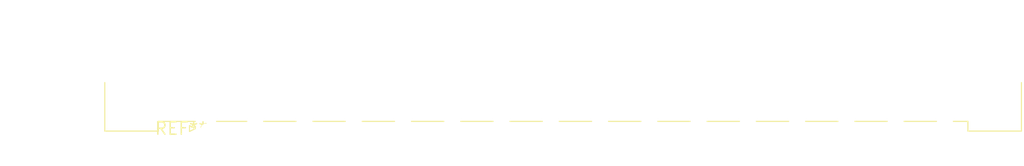
<source format=kicad_pcb>
(kicad_pcb (version 20240108) (generator pcbnew)
  (layers (0 "F.Cu" signal) (31 "B.Cu" signal) (34 "B.Paste" user) (35 "F.Paste" user) (36 "B.SilkS" user "B.Silkscreen") (37 "F.SilkS" user "F.Silkscreen") (38 "B.Mask" user) (39 "F.Mask" user) (44 "Edge.Cuts" user))
  (net 0 "")
  (footprint "DIN41612_F_2x16_Male_Horizontal_THT" (layer "F.Cu") (at 0 0)
    (property "Reference" "REF**")
    (property "Value" "DIN41612_F_2x16_Male_Horizontal_THT")
    (fp_line (start -7.89 -4.74) (end -7.89 0.26) (layer "F.SilkS") (stroke (width 0.12)))
    (fp_line (start -7.89 0.26) (end -2.37 0.26) (layer "F.SilkS") (stroke (width 0.12)))
    (fp_line (start -2.371 -0.74) (end 1.445 -0.74) (layer "F.SilkS") (stroke (width 0.12)))
    (fp_line (start -2.37 0.26) (end -2.37 -0.74) (layer "F.SilkS") (stroke (width 0.12)))
    (fp_line (start 0.845 -0.3) (end 0.845 0.3) (layer "F.SilkS") (stroke (width 0.12)))
    (fp_line (start 0.845 0.3) (end 1.445 0) (layer "F.SilkS") (stroke (width 0.12)))
    (fp_line (start 1.445 0) (end 0.845 -0.3) (layer "F.SilkS") (stroke (width 0.12)))
    (fp_line (start 3.635 -0.74) (end 6.751 -0.74) (layer "F.SilkS") (stroke (width 0.12)))
    (fp_line (start 8.49 -0.74) (end 11.831 -0.74) (layer "F.SilkS") (stroke (width 0.12)))
    (fp_line (start 13.57 -0.74) (end 16.911 -0.74) (layer "F.SilkS") (stroke (width 0.12)))
    (fp_line (start 18.65 -0.74) (end 21.991 -0.74) (layer "F.SilkS") (stroke (width 0.12)))
    (fp_line (start 23.73 -0.74) (end 27.071 -0.74) (layer "F.SilkS") (stroke (width 0.12)))
    (fp_line (start 28.81 -0.74) (end 32.151 -0.74) (layer "F.SilkS") (stroke (width 0.12)))
    (fp_line (start 33.89 -0.74) (end 37.231 -0.74) (layer "F.SilkS") (stroke (width 0.12)))
    (fp_line (start 38.97 -0.74) (end 42.311 -0.74) (layer "F.SilkS") (stroke (width 0.12)))
    (fp_line (start 44.05 -0.74) (end 47.391 -0.74) (layer "F.SilkS") (stroke (width 0.12)))
    (fp_line (start 49.13 -0.74) (end 52.471 -0.74) (layer "F.SilkS") (stroke (width 0.12)))
    (fp_line (start 54.21 -0.74) (end 57.551 -0.74) (layer "F.SilkS") (stroke (width 0.12)))
    (fp_line (start 59.29 -0.74) (end 62.631 -0.74) (layer "F.SilkS") (stroke (width 0.12)))
    (fp_line (start 64.37 -0.74) (end 67.711 -0.74) (layer "F.SilkS") (stroke (width 0.12)))
    (fp_line (start 69.45 -0.74) (end 72.791 -0.74) (layer "F.SilkS") (stroke (width 0.12)))
    (fp_line (start 74.53 -0.74) (end 77.871 -0.74) (layer "F.SilkS") (stroke (width 0.12)))
    (fp_line (start 79.61 -0.74) (end 81.11 -0.74) (layer "F.SilkS") (stroke (width 0.12)))
    (fp_line (start 81.11 0.26) (end 81.11 -0.74) (layer "F.SilkS") (stroke (width 0.12)))
    (fp_line (start 86.63 -4.74) (end 86.63 0.26) (layer "F.SilkS") (stroke (width 0.12)))
    (fp_line (start 86.63 0.26) (end 81.11 0.26) (layer "F.SilkS") (stroke (width 0.12)))
    (pad "" np_thru_hole circle (at -5.08 -2.54) (size 2.85 2.85) (drill 2.85) (layers *.Cu *.Mask))
    (pad "" np_thru_hole circle (at 83.82 -2.54) (size 2.85 2.85) (drill 2.85) (layers *.Cu *.Mask))
    (pad "b2" thru_hole circle (at 2.54 2.54) (size 1.55 1.55) (drill 1) (layers *.Cu *.Mask) (remove_unused_layers))
    (pad "b4" thru_hole circle (at 7.62 2.54) (size 1.55 1.55) (drill 1) (layers *.Cu *.Mask) (remove_unused_layers))
    (pad "b6" thru_hole circle (at 12.7 2.54) (size 1.55 1.55) (drill 1) (layers *.Cu *.Mask) (remove_unused_layers))
    (pad "b8" thru_hole circle (at 17.78 2.54) (size 1.55 1.55) (drill 1) (layers *.Cu *.Mask) (remove_unused_layers))
    (pad "b10" thru_hole circle (at 22.86 2.54) (size 1.55 1.55) (drill 1) (layers *.Cu *.Mask) (remove_unused_layers))
    (pad "b12" thru_hole circle (at 27.94 2.54) (size 1.55 1.55) (drill 1) (layers *.Cu *.Mask) (remove_unused_layers))
    (pad "b14" thru_hole circle (at 33.02 2.54) (size 1.55 1.55) (drill 1) (layers *.Cu *.Mask) (remove_unused_layers))
    (pad "b16" thru_hole circle (at 38.1 2.54) (size 1.55 1.55) (drill 1) (layers *.Cu *.Mask) (remove_unused_layers))
    (pad "b18" thru_hole circle (at 43.18 2.54) (size 1.55 1.55) (drill 1) (layers *.Cu *.Mask) (remove_unused_layers))
    (pad "b20" thru_hole circle (at 48.26 2.54) (size 1.55 1.55) (drill 1) (layers *.Cu *.Mask) (remove_unused_layers))
    (pad "b22" thru_hole circle (at 53.34 2.54) (size 1.55 1.55) (drill 1) (layers *.Cu *.Mask) (remove_unused_layers))
    (pad "b24" thru_hole circle (at 58.42 2.54) (size 1.55 1.55) (drill 1) (layers *.Cu *.Mask) (remove_unused_layers))
    (pad "b26" thru_hole circle (at 63.5 2.54) (size 1.55 1.55) (drill 1) (layers *.Cu *.Mask) (remove_unused_layers))
    (pad "b28" thru_hole circle (at 68.58 2.54) (size 1.55 1.55) (drill 1) (layers *.Cu *.Mask) (remove_unused_layers))
    (pad "b30" thru_hole circle (at 73.66 2.54) (size 1.55 1.55) (drill 1) (layers *.Cu *.Mask) (remove_unused_layers))
    (pad "b32" thru_hole circle (at 78.74 2.54) (size 1.55 1.55) (drill 1) (layers *.Cu *.Mask) (remove_unused_layers))
    (pad "z2" thru_hole roundrect (at 2.54 0) (size 1.55 1.55) (drill 1) (layers *.Cu *.Mask) (remove_unused_layers) (roundrect_rratio 0.16129))
    (pad "z4" thru_hole circle (at 7.62 0) (size 1.55 1.55) (drill 1) (layers *.Cu *.Mask) (remove_unused_layers))
    (pad "z6" thru_hole circle (at 12.7 0) (size 1.55 1.55) (drill 1) (layers *.Cu *.Mask) (remove_unused_layers))
    (pad "z8" thru_hole circle (at 17.78 0) (size 1.55 1.55) (drill 1) (layers *.Cu *.Mask) (remove_unused_layers))
    (pad "z10" thru_hole circle (at 22.86 0) (size 1.55 1.55) (drill 1) (layers *.Cu *.Mask) (remove_unused_layers))
    (pad "z12" thru_hole circle (at 27.94 0) (size 1.55 1.55) (drill 1) (layers *.Cu *.Mask) (remove_unused_layers))
    (pad "z14" thru_hole circle (at 33.02 0) (size 1.55 1.55) (drill 1) (layers *.Cu *.Mask) (remove_unused_layers))
    (pad "z16" thru_hole circle (at 38.1 0) (size 1.55 1.55) (drill 1) (layers *.Cu *.Mask) (remove_unused_layers))
    (pad "z18" thru_hole circle (at 43.18 0) (size 1.55 1.55) (drill 1) (layers *.Cu *.Mask) (remove_unused_layers))
    (pad "z20" thru_hole circle (at 48.26 0) (size 1.55 1.55) (drill 1) (layers *.Cu *.Mask) (remove_unused_layers))
    (pad "z22" thru_hole circle (at 53.34 0) (size 1.55 1.55) (drill 1) (layers *.Cu *.Mask) (remove_unused_layers))
    (pad "z24" thru_hole circle (at 58.42 0) (size 1.55 1.55) (drill 1) (layers *.Cu *.Mask) (remove_unused_layers))
    (pad "z26" thru_hole circle (at 63.5 0) (size 1.55 1.55) (drill 1) (layers *.Cu *.Mask) (remove_unused_layers))
    (pad "z28" thru_hole circle (at 68.58 0) (size 1.55 1.55) (drill 1) (layers *.Cu *.Mask) (remove_unused_layers))
    (pad "z30" thru_hole circle (at 73.66 0) (size 1.55 1.55) (drill 1) (layers *.Cu *.Mask) (remove_unused_layers))
    (pad "z32" thru_hole circle (at 78.74 0) (size 1.55 1.55) (drill 1) (layers *.Cu *.Mask) (remove_unused_layers))
  )
)
</source>
